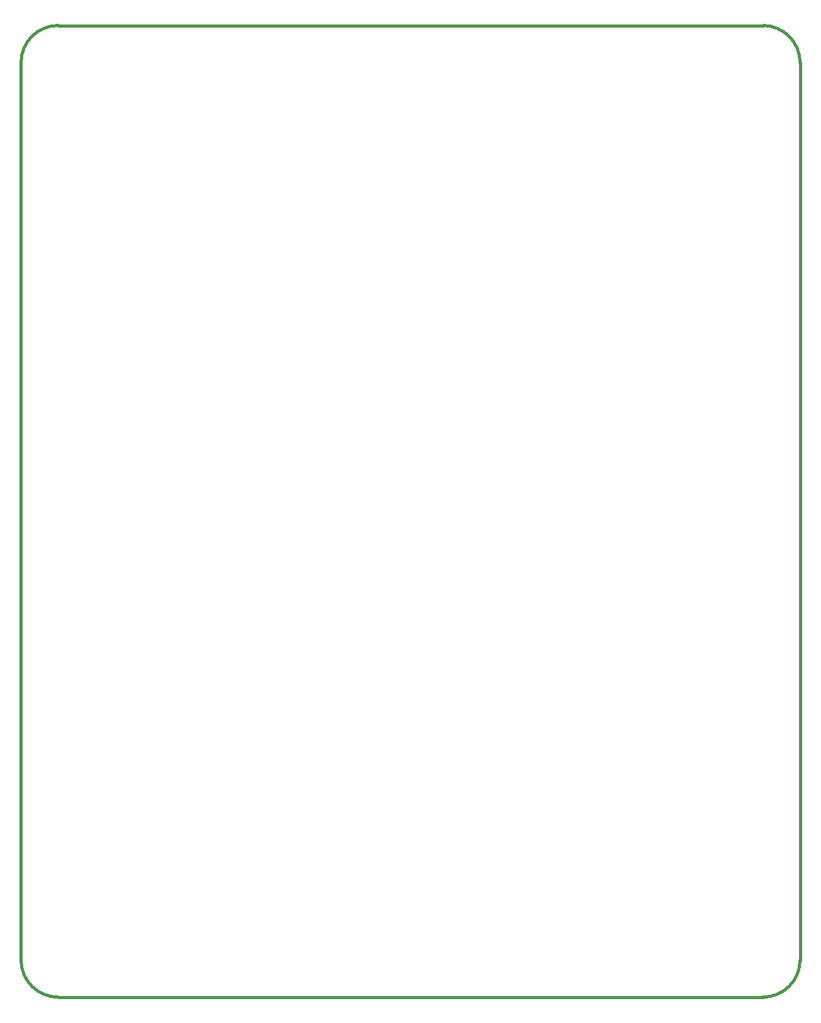
<source format=gbr>
%TF.GenerationSoftware,KiCad,Pcbnew,9.0.5*%
%TF.CreationDate,2025-11-02T15:14:47-08:00*%
%TF.ProjectId,MacroPad,4d616372-6f50-4616-942e-6b696361645f,rev?*%
%TF.SameCoordinates,Original*%
%TF.FileFunction,Profile,NP*%
%FSLAX46Y46*%
G04 Gerber Fmt 4.6, Leading zero omitted, Abs format (unit mm)*
G04 Created by KiCad (PCBNEW 9.0.5) date 2025-11-02 15:14:47*
%MOMM*%
%LPD*%
G01*
G04 APERTURE LIST*
%TA.AperFunction,Profile*%
%ADD10C,0.400000*%
%TD*%
G04 APERTURE END LIST*
D10*
X45000000Y-46000000D02*
G75*
G02*
X50000000Y-41000000I5000000J0D01*
G01*
X145000000Y-41000000D02*
G75*
G02*
X150000000Y-46000000I0J-5000000D01*
G01*
X50000000Y-41000000D02*
X145000000Y-41000000D01*
X150000000Y-167000000D02*
G75*
G02*
X145000000Y-172000000I-5000000J0D01*
G01*
X50000000Y-172000000D02*
G75*
G02*
X45000000Y-167000000I0J5000000D01*
G01*
X145000000Y-172000000D02*
X50000000Y-172000000D01*
X45000000Y-167000000D02*
X45000000Y-46000000D01*
X150000000Y-46000000D02*
X150000000Y-167000000D01*
M02*

</source>
